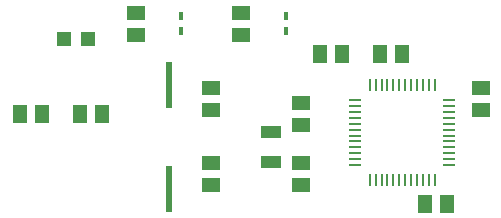
<source format=gbr>
G04 EAGLE Gerber RS-274X export*
G75*
%MOMM*%
%FSLAX34Y34*%
%LPD*%
%INSolderpaste Top*%
%IPPOS*%
%AMOC8*
5,1,8,0,0,1.08239X$1,22.5*%
G01*
%ADD10R,1.500000X1.300000*%
%ADD11R,1.300000X1.500000*%
%ADD12R,1.200000X1.300000*%
%ADD13R,0.450000X0.675000*%
%ADD14R,1.000000X0.220000*%
%ADD15R,0.220000X1.000000*%
%ADD16R,0.500000X3.910000*%
%ADD17R,1.800000X1.000000*%


D10*
X520700Y415900D03*
X520700Y396900D03*
X520700Y447700D03*
X520700Y466700D03*
D11*
X644500Y381000D03*
X625500Y381000D03*
D10*
X673100Y479400D03*
X673100Y460400D03*
D11*
X587400Y508000D03*
X606400Y508000D03*
D10*
X444500Y396900D03*
X444500Y415900D03*
X444500Y460400D03*
X444500Y479400D03*
D12*
X320040Y520700D03*
X340360Y520700D03*
D13*
X508000Y539775D03*
X508000Y527025D03*
X419100Y539775D03*
X419100Y527025D03*
D11*
X282600Y457200D03*
X301600Y457200D03*
X333400Y457200D03*
X352400Y457200D03*
X555600Y508000D03*
X536600Y508000D03*
D10*
X469900Y523900D03*
X469900Y542900D03*
X381000Y523900D03*
X381000Y542900D03*
D14*
X566500Y468900D03*
X566500Y463900D03*
X566500Y458900D03*
X566500Y453900D03*
X566500Y448900D03*
X566500Y443900D03*
X566500Y438900D03*
X566500Y433900D03*
X566500Y428900D03*
X566500Y423900D03*
X566500Y418900D03*
X566500Y413900D03*
D15*
X579000Y401400D03*
X584000Y401400D03*
X589000Y401400D03*
X594000Y401400D03*
X599000Y401400D03*
X604000Y401400D03*
X609000Y401400D03*
X614000Y401400D03*
X619000Y401400D03*
X624000Y401400D03*
X629000Y401400D03*
X634000Y401400D03*
D14*
X646500Y413900D03*
X646500Y418900D03*
X646500Y423900D03*
X646500Y428900D03*
X646500Y433900D03*
X646500Y438900D03*
X646500Y443900D03*
X646500Y448900D03*
X646500Y453900D03*
X646500Y458900D03*
X646500Y463900D03*
X646500Y468900D03*
D15*
X634000Y481400D03*
X629000Y481400D03*
X624000Y481400D03*
X619000Y481400D03*
X614000Y481400D03*
X609000Y481400D03*
X604000Y481400D03*
X599000Y481400D03*
X594000Y481400D03*
X589000Y481400D03*
X584000Y481400D03*
X579000Y481400D03*
D16*
X408800Y394000D03*
X408800Y482000D03*
D17*
X495300Y416800D03*
X495300Y441800D03*
M02*

</source>
